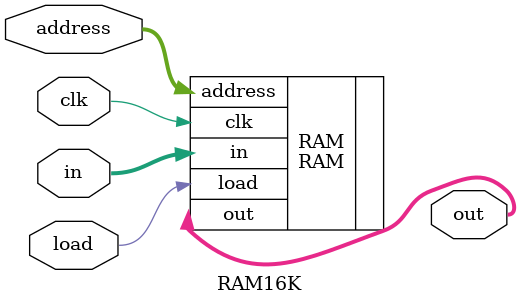
<source format=v>
module RAM16K (
  input wire clk, load,
  input wire [15:0] in,
  input wire [13:0] address,
  output wire [15:0] out
);

RAM #(.width(16), .k(14)) RAM(
  .clk(clk),
  .load(load),
  .in(in),
  .address(address),
  .out(out)
);

endmodule

</source>
